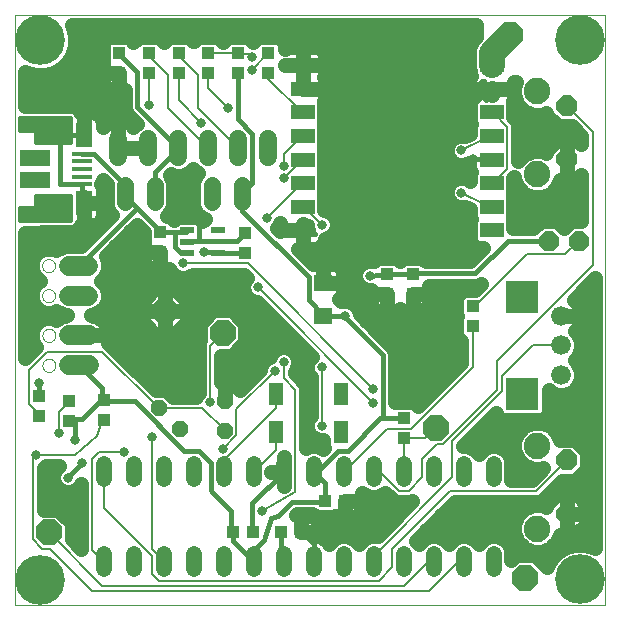
<source format=gbl>
G75*
%MOIN*%
%OFA0B0*%
%FSLAX24Y24*%
%IPPOS*%
%LPD*%
%AMOC8*
5,1,8,0,0,1.08239X$1,22.5*
%
%ADD10C,0.0000*%
%ADD11R,0.0630X0.0551*%
%ADD12R,0.0394X0.0433*%
%ADD13R,0.0433X0.0394*%
%ADD14R,0.0472X0.0217*%
%ADD15C,0.0520*%
%ADD16R,0.0512X0.0748*%
%ADD17R,0.0673X0.0157*%
%ADD18R,0.0575X0.0787*%
%ADD19R,0.0984X0.0541*%
%ADD20C,0.0160*%
%ADD21C,0.0560*%
%ADD22OC8,0.0660*%
%ADD23OC8,0.0850*%
%ADD24OC8,0.0700*%
%ADD25C,0.0885*%
%ADD26C,0.0660*%
%ADD27R,0.1102X0.1102*%
%ADD28C,0.0600*%
%ADD29C,0.0650*%
%ADD30OC8,0.0520*%
%ADD31R,0.0787X0.0512*%
%ADD32C,0.0317*%
%ADD33C,0.0500*%
%ADD34C,0.0238*%
%ADD35C,0.0080*%
%ADD36C,0.1660*%
%ADD37C,0.0860*%
D10*
X000350Y000350D02*
X000350Y020035D01*
X020035Y020035D01*
X020035Y000350D01*
X000350Y000350D01*
X001267Y008344D02*
X001269Y008373D01*
X001275Y008401D01*
X001284Y008429D01*
X001297Y008455D01*
X001314Y008478D01*
X001333Y008500D01*
X001355Y008519D01*
X001380Y008534D01*
X001406Y008547D01*
X001434Y008555D01*
X001462Y008560D01*
X001491Y008561D01*
X001520Y008558D01*
X001548Y008551D01*
X001575Y008541D01*
X001601Y008527D01*
X001624Y008510D01*
X001645Y008490D01*
X001663Y008467D01*
X001678Y008442D01*
X001689Y008415D01*
X001697Y008387D01*
X001701Y008358D01*
X001701Y008330D01*
X001697Y008301D01*
X001689Y008273D01*
X001678Y008246D01*
X001663Y008221D01*
X001645Y008198D01*
X001624Y008178D01*
X001601Y008161D01*
X001575Y008147D01*
X001548Y008137D01*
X001520Y008130D01*
X001491Y008127D01*
X001462Y008128D01*
X001434Y008133D01*
X001406Y008141D01*
X001380Y008154D01*
X001355Y008169D01*
X001333Y008188D01*
X001314Y008210D01*
X001297Y008233D01*
X001284Y008259D01*
X001275Y008287D01*
X001269Y008315D01*
X001267Y008344D01*
X001267Y009344D02*
X001269Y009373D01*
X001275Y009401D01*
X001284Y009429D01*
X001297Y009455D01*
X001314Y009478D01*
X001333Y009500D01*
X001355Y009519D01*
X001380Y009534D01*
X001406Y009547D01*
X001434Y009555D01*
X001462Y009560D01*
X001491Y009561D01*
X001520Y009558D01*
X001548Y009551D01*
X001575Y009541D01*
X001601Y009527D01*
X001624Y009510D01*
X001645Y009490D01*
X001663Y009467D01*
X001678Y009442D01*
X001689Y009415D01*
X001697Y009387D01*
X001701Y009358D01*
X001701Y009330D01*
X001697Y009301D01*
X001689Y009273D01*
X001678Y009246D01*
X001663Y009221D01*
X001645Y009198D01*
X001624Y009178D01*
X001601Y009161D01*
X001575Y009147D01*
X001548Y009137D01*
X001520Y009130D01*
X001491Y009127D01*
X001462Y009128D01*
X001434Y009133D01*
X001406Y009141D01*
X001380Y009154D01*
X001355Y009169D01*
X001333Y009188D01*
X001314Y009210D01*
X001297Y009233D01*
X001284Y009259D01*
X001275Y009287D01*
X001269Y009315D01*
X001267Y009344D01*
X001259Y010670D02*
X001261Y010699D01*
X001267Y010727D01*
X001276Y010755D01*
X001289Y010781D01*
X001306Y010804D01*
X001325Y010826D01*
X001347Y010845D01*
X001372Y010860D01*
X001398Y010873D01*
X001426Y010881D01*
X001454Y010886D01*
X001483Y010887D01*
X001512Y010884D01*
X001540Y010877D01*
X001567Y010867D01*
X001593Y010853D01*
X001616Y010836D01*
X001637Y010816D01*
X001655Y010793D01*
X001670Y010768D01*
X001681Y010741D01*
X001689Y010713D01*
X001693Y010684D01*
X001693Y010656D01*
X001689Y010627D01*
X001681Y010599D01*
X001670Y010572D01*
X001655Y010547D01*
X001637Y010524D01*
X001616Y010504D01*
X001593Y010487D01*
X001567Y010473D01*
X001540Y010463D01*
X001512Y010456D01*
X001483Y010453D01*
X001454Y010454D01*
X001426Y010459D01*
X001398Y010467D01*
X001372Y010480D01*
X001347Y010495D01*
X001325Y010514D01*
X001306Y010536D01*
X001289Y010559D01*
X001276Y010585D01*
X001267Y010613D01*
X001261Y010641D01*
X001259Y010670D01*
X001259Y011670D02*
X001261Y011699D01*
X001267Y011727D01*
X001276Y011755D01*
X001289Y011781D01*
X001306Y011804D01*
X001325Y011826D01*
X001347Y011845D01*
X001372Y011860D01*
X001398Y011873D01*
X001426Y011881D01*
X001454Y011886D01*
X001483Y011887D01*
X001512Y011884D01*
X001540Y011877D01*
X001567Y011867D01*
X001593Y011853D01*
X001616Y011836D01*
X001637Y011816D01*
X001655Y011793D01*
X001670Y011768D01*
X001681Y011741D01*
X001689Y011713D01*
X001693Y011684D01*
X001693Y011656D01*
X001689Y011627D01*
X001681Y011599D01*
X001670Y011572D01*
X001655Y011547D01*
X001637Y011524D01*
X001616Y011504D01*
X001593Y011487D01*
X001567Y011473D01*
X001540Y011463D01*
X001512Y011456D01*
X001483Y011453D01*
X001454Y011454D01*
X001426Y011459D01*
X001398Y011467D01*
X001372Y011480D01*
X001347Y011495D01*
X001325Y011514D01*
X001306Y011536D01*
X001289Y011559D01*
X001276Y011585D01*
X001267Y011613D01*
X001261Y011641D01*
X001259Y011670D01*
D11*
X010635Y011106D03*
X010635Y010003D03*
D12*
X012755Y010712D03*
X012755Y011381D03*
X013618Y011377D03*
X013618Y010708D03*
X008032Y012093D03*
X008032Y012762D03*
X005179Y012786D03*
X005179Y012117D03*
X003814Y018089D03*
X003814Y018758D03*
X006789Y018758D03*
X006789Y018089D03*
D13*
X007787Y018089D03*
X008807Y018089D03*
X008807Y018758D03*
X007787Y018758D03*
X005812Y018758D03*
X004812Y018758D03*
X004812Y018089D03*
X005812Y018089D03*
X015613Y010319D03*
X015613Y009650D03*
X013327Y006585D03*
X013327Y005916D03*
X011372Y003824D03*
X010703Y003824D03*
X009905Y002795D03*
X009236Y002795D03*
X008277Y002805D03*
X007608Y002805D03*
X003312Y006508D03*
X002169Y006501D03*
X001156Y006643D03*
X001156Y007312D03*
X002169Y007170D03*
X003312Y007177D03*
D14*
X006095Y012096D03*
X006095Y012470D03*
X006095Y012844D03*
X007119Y012844D03*
X007119Y012096D03*
D15*
X007317Y005065D02*
X007317Y004545D01*
X006317Y004545D02*
X006317Y005065D01*
X005317Y005065D02*
X005317Y004545D01*
X004317Y004545D02*
X004317Y005065D01*
X003317Y005065D02*
X003317Y004545D01*
X003317Y002065D02*
X003317Y001545D01*
X004317Y001545D02*
X004317Y002065D01*
X005317Y002065D02*
X005317Y001545D01*
X006317Y001545D02*
X006317Y002065D01*
X007317Y002065D02*
X007317Y001545D01*
X008317Y001545D02*
X008317Y002065D01*
X009317Y002065D02*
X009317Y001545D01*
X010317Y001545D02*
X010317Y002065D01*
X011317Y002065D02*
X011317Y001545D01*
X012317Y001545D02*
X012317Y002065D01*
X013317Y002065D02*
X013317Y001545D01*
X014317Y001545D02*
X014317Y002065D01*
X015317Y002065D02*
X015317Y001545D01*
X016317Y001545D02*
X016317Y002065D01*
X016317Y004545D02*
X016317Y005065D01*
X015317Y005065D02*
X015317Y004545D01*
X014317Y004545D02*
X014317Y005065D01*
X013317Y005065D02*
X013317Y004545D01*
X012317Y004545D02*
X012317Y005065D01*
X011317Y005065D02*
X011317Y004545D01*
X010317Y004545D02*
X010317Y005065D01*
X009317Y005065D02*
X009317Y004545D01*
X008317Y004545D02*
X008317Y005065D01*
D16*
X009049Y006125D03*
X011214Y006125D03*
X011214Y007385D03*
X009049Y007385D03*
D17*
X002598Y014382D03*
X002598Y014638D03*
X002598Y014894D03*
X002598Y015150D03*
X002598Y015406D03*
D18*
X002649Y016036D03*
X002649Y013752D03*
D19*
X001011Y014525D03*
X001011Y015263D03*
D20*
X001069Y015779D02*
X002179Y015779D01*
X002179Y016596D01*
X001167Y016596D01*
X001169Y016595D01*
X000539Y016595D01*
X000537Y016200D01*
X001069Y016200D01*
X002179Y016200D01*
X002179Y016042D02*
X001069Y016042D01*
X001069Y016200D02*
X001069Y015779D01*
X001069Y015883D02*
X002179Y015883D01*
X001850Y016036D02*
X001850Y014378D01*
X002598Y014378D01*
X002598Y014382D01*
X002602Y014381D01*
X002602Y013807D01*
X002649Y013759D01*
X002649Y013752D01*
X002179Y013823D02*
X001069Y013823D01*
X001069Y013981D02*
X002179Y013981D01*
X002179Y014002D02*
X001069Y014002D01*
X001069Y013581D01*
X000537Y013581D01*
X000535Y013184D01*
X001165Y013184D01*
X001167Y013185D01*
X002179Y013185D01*
X002179Y014002D01*
X002179Y013664D02*
X001069Y013664D01*
X000537Y013506D02*
X002179Y013506D01*
X002179Y013347D02*
X000536Y013347D01*
X000535Y013189D02*
X002179Y013189D01*
X004019Y013988D02*
X004021Y014070D01*
X004019Y014074D01*
X004019Y014374D01*
X002988Y015405D01*
X002602Y015405D01*
X002598Y015406D01*
X002649Y016036D02*
X001850Y016036D01*
X002179Y016359D02*
X000538Y016359D01*
X000538Y016517D02*
X002179Y016517D01*
X004429Y016964D02*
X005799Y015594D01*
X005804Y015589D01*
X005767Y015515D01*
X005027Y014775D01*
X005027Y014074D01*
X005021Y014070D01*
X004409Y013598D02*
X002484Y011673D01*
X002476Y011670D01*
X004409Y013598D02*
X005145Y012862D01*
X005179Y012786D01*
X005185Y012791D01*
X005696Y012791D01*
X005696Y012295D01*
X005893Y012098D01*
X006090Y012098D01*
X006095Y012096D01*
X006641Y012130D02*
X007043Y012130D01*
X007119Y012096D01*
X007122Y012098D01*
X008027Y012098D01*
X008032Y012093D01*
X007744Y012476D02*
X008027Y012759D01*
X008032Y012762D01*
X007744Y012476D02*
X006492Y012476D01*
X006492Y013019D01*
X006397Y013114D01*
X005673Y013114D01*
X006090Y012838D02*
X006095Y012844D01*
X006090Y012838D02*
X006043Y012791D01*
X005696Y012791D01*
X006098Y012476D02*
X006095Y012470D01*
X006098Y012476D02*
X006492Y012476D01*
X007933Y013507D02*
X010153Y011287D01*
X010153Y010515D01*
X010594Y010074D01*
X010635Y010003D01*
X010641Y010004D01*
X011358Y010004D01*
X011389Y009925D01*
X012626Y008689D01*
X012626Y006578D01*
X013326Y006578D01*
X013327Y006585D01*
X012626Y006578D02*
X012531Y006578D01*
X011444Y005492D01*
X011137Y005492D01*
X010437Y004791D01*
X010317Y004805D01*
X010319Y004799D01*
X010696Y004421D01*
X010696Y003830D01*
X010703Y003824D01*
X010618Y003799D01*
X009594Y003799D01*
X009126Y003330D01*
X008907Y003252D01*
X008657Y002531D01*
X008177Y002051D01*
X008317Y001805D01*
X008311Y001807D01*
X007610Y002507D01*
X007610Y002799D01*
X007608Y002805D01*
X007555Y002870D01*
X007555Y003492D01*
X006925Y004122D01*
X006893Y004200D01*
X006893Y005090D01*
X006492Y005492D01*
X005996Y005492D01*
X004342Y007145D01*
X003385Y007145D01*
X003312Y007177D01*
X003256Y007334D01*
X003256Y007578D01*
X002492Y008342D01*
X002484Y008344D01*
X001161Y007752D02*
X001161Y007319D01*
X001156Y007312D01*
X002169Y006501D02*
X002240Y006555D01*
X002594Y006555D01*
X003224Y007185D01*
X003312Y007177D01*
X003275Y007256D01*
X003307Y007177D02*
X003312Y007177D01*
X002350Y006501D02*
X002169Y006501D01*
X002173Y006507D01*
X002350Y006501D02*
X002350Y005850D01*
X002600Y005100D02*
X002112Y004612D01*
X002122Y004602D01*
X002112Y004612D02*
X002100Y004600D01*
X008263Y003752D02*
X008263Y003114D01*
X008271Y003106D01*
X008271Y002807D01*
X008277Y002805D01*
X009236Y002795D02*
X009240Y002791D01*
X009240Y001878D01*
X009311Y001807D01*
X009317Y001805D01*
X010311Y001807D02*
X010311Y002389D01*
X009909Y002791D01*
X009905Y002795D01*
X010850Y002795D01*
X010850Y002850D01*
X010817Y002850D01*
X010317Y001805D02*
X010311Y001807D01*
X008263Y003752D02*
X009311Y004799D01*
X009317Y004805D01*
X012189Y011334D02*
X012755Y011381D01*
X012759Y011381D01*
X013618Y011381D01*
X013618Y011377D01*
X013696Y011413D01*
X015696Y011413D01*
X016783Y012500D01*
X018153Y012500D01*
X018157Y012502D01*
X016250Y015206D02*
X016248Y015208D01*
X015610Y015208D01*
X015531Y015193D01*
X015106Y015193D01*
X014917Y015381D01*
X014917Y016326D01*
X015996Y017405D01*
X015996Y017822D01*
X015925Y017822D01*
X015909Y017807D01*
X015909Y017326D01*
X015854Y017271D01*
X015846Y017271D01*
X015846Y017665D01*
X015901Y017720D01*
X015901Y017775D01*
X015893Y017775D01*
X015893Y017720D01*
X015854Y017681D01*
X015901Y017633D01*
X015901Y017326D01*
X015862Y017287D01*
X015854Y017287D01*
X015854Y017665D01*
X015846Y017673D01*
X015846Y017681D01*
X015885Y017720D01*
X015885Y017791D01*
X015909Y017815D01*
X015988Y017736D01*
X015988Y017405D01*
X015917Y017334D01*
X016051Y017200D01*
X016067Y017200D01*
X016250Y017367D01*
X016004Y017311D01*
X016059Y017413D02*
X016250Y017568D01*
X016256Y017570D01*
X016250Y017569D01*
X016059Y017413D01*
X016250Y017568D02*
X016067Y017736D01*
X016250Y017569D01*
X010208Y013130D02*
X010169Y013169D01*
X009950Y013046D01*
X009950Y012844D02*
X010193Y012783D01*
X009950Y012844D01*
X010193Y012791D01*
X009950Y012844D01*
X010208Y012854D02*
X010350Y012712D01*
X010208Y012854D02*
X010208Y013130D01*
X007933Y013507D02*
X007933Y013980D01*
X007916Y014063D01*
X007917Y014067D01*
X008271Y014421D01*
X008271Y016074D01*
X007791Y016555D01*
X007791Y018082D01*
X007787Y018089D01*
X004429Y018114D02*
X004429Y016964D01*
X004429Y018114D02*
X003815Y018728D01*
X003815Y018752D01*
X003814Y018758D01*
X004019Y013988D02*
X004409Y013598D01*
D21*
X004021Y013790D02*
X004021Y014350D01*
X005021Y014350D02*
X005021Y013790D01*
X006916Y013783D02*
X006916Y014343D01*
X007916Y014343D02*
X007916Y013783D01*
D22*
X018157Y012502D03*
X019157Y012502D03*
D23*
X014380Y006269D03*
X007280Y009422D03*
X005350Y010143D03*
X001486Y002777D03*
X017371Y001258D03*
X016850Y019350D03*
D24*
X018753Y016988D03*
X018753Y015208D03*
X018753Y005177D03*
X018753Y003397D03*
D25*
X017773Y002907D03*
X017773Y005667D03*
X017773Y014718D03*
X017773Y017478D03*
D26*
X018568Y009996D03*
X018568Y009011D03*
X018568Y008027D03*
D27*
X017268Y007397D03*
X017268Y010626D03*
D28*
X008804Y015289D02*
X008804Y015889D01*
X007804Y015889D02*
X007804Y015289D01*
X006804Y015289D02*
X006804Y015889D01*
X005804Y015889D02*
X005804Y015289D01*
X004804Y015289D02*
X004804Y015889D01*
X003804Y015889D02*
X003804Y015289D01*
D29*
X002801Y011670D02*
X002151Y011670D01*
X002151Y010670D02*
X002801Y010670D01*
X002809Y009344D02*
X002160Y009344D01*
X002160Y008344D02*
X002809Y008344D01*
D30*
X005153Y006930D03*
X005853Y006230D03*
X007351Y006170D03*
X007351Y007170D03*
D31*
X009950Y012844D03*
X009950Y013631D03*
X009950Y014419D03*
X009950Y015206D03*
X009950Y015994D03*
X009950Y016781D03*
X009950Y017569D03*
X009950Y018356D03*
X016250Y018356D03*
X016250Y017569D03*
X016250Y016781D03*
X016250Y015994D03*
X016250Y015206D03*
X016250Y014419D03*
X016250Y013631D03*
X016250Y012844D03*
D32*
X015236Y014106D03*
X015610Y015208D03*
X015236Y015515D03*
X010586Y013035D03*
X008744Y013248D03*
X006641Y012130D03*
X005956Y011744D03*
X005673Y013114D03*
X009311Y014602D03*
X009311Y015004D03*
X006570Y016421D03*
X007468Y016925D03*
X008248Y018200D03*
X008256Y018610D03*
X004815Y017035D03*
X012189Y011334D03*
X011358Y010004D03*
X009311Y008452D03*
X009027Y008169D03*
X010586Y008279D03*
X012303Y007570D03*
X012303Y007098D03*
X010586Y006334D03*
X007279Y005570D03*
X004933Y005941D03*
X003988Y005452D03*
X002600Y005100D03*
X002122Y004602D03*
X001059Y005350D03*
X001830Y006082D03*
X002350Y005850D03*
X001161Y007752D03*
X006846Y007114D03*
X008586Y003498D03*
X010817Y002850D03*
X008460Y010941D03*
D33*
X007982Y010819D02*
X005770Y010819D01*
X005671Y010918D02*
X005350Y010918D01*
X005350Y010143D01*
X005350Y010143D01*
X006125Y010143D01*
X006125Y009822D01*
X005671Y009368D01*
X005350Y009368D01*
X005350Y010143D01*
X005350Y010143D01*
X006125Y010143D01*
X006125Y010464D01*
X005671Y010918D01*
X005350Y010918D02*
X005029Y010918D01*
X004575Y010464D01*
X004575Y010143D01*
X004575Y009822D01*
X005029Y009368D01*
X005350Y009368D01*
X005350Y010143D01*
X005350Y010143D01*
X004575Y010143D01*
X005350Y010143D01*
X005350Y010143D01*
X005350Y010918D01*
X005350Y010819D02*
X005350Y010819D01*
X004929Y010819D02*
X003448Y010819D01*
X003456Y010801D02*
X003356Y011041D01*
X003227Y011170D01*
X003356Y011299D01*
X003456Y011540D01*
X003456Y011801D01*
X003378Y011988D01*
X004409Y013018D01*
X004653Y012775D01*
X004653Y012504D01*
X004664Y012478D01*
X004646Y012435D01*
X004633Y012368D01*
X004633Y012117D01*
X005179Y012117D01*
X005179Y012117D01*
X004633Y012117D01*
X004633Y011866D01*
X004646Y011798D01*
X004672Y011735D01*
X004711Y011677D01*
X004760Y011628D01*
X004817Y011590D01*
X004881Y011564D01*
X004948Y011550D01*
X005179Y011550D01*
X005179Y012117D01*
X005179Y012117D01*
X005179Y011550D01*
X005411Y011550D01*
X005478Y011564D01*
X005499Y011572D01*
X005542Y011467D01*
X005680Y011330D01*
X005859Y011255D01*
X006053Y011255D01*
X006233Y011330D01*
X006277Y011374D01*
X007976Y011374D01*
X008089Y011261D01*
X008046Y011217D01*
X007972Y011038D01*
X007972Y010843D01*
X008046Y010664D01*
X008184Y010526D01*
X008363Y010452D01*
X008425Y010452D01*
X010247Y008631D01*
X010172Y008556D01*
X010098Y008376D01*
X010098Y008182D01*
X010172Y008002D01*
X010216Y007958D01*
X010216Y006655D01*
X010172Y006611D01*
X010098Y006431D01*
X010098Y006237D01*
X010172Y006058D01*
X010310Y005920D01*
X010489Y005846D01*
X010628Y005846D01*
X010628Y005685D01*
X010664Y005598D01*
X010637Y005571D01*
X010435Y005655D01*
X010200Y005655D01*
X010074Y005603D01*
X010074Y007605D01*
X010018Y007741D01*
X009914Y007845D01*
X009681Y008078D01*
X009681Y008132D01*
X009725Y008176D01*
X009799Y008355D01*
X009799Y008550D01*
X009725Y008729D01*
X009587Y008866D01*
X009408Y008941D01*
X009213Y008941D01*
X009034Y008866D01*
X008897Y008729D01*
X008854Y008626D01*
X008750Y008583D01*
X008613Y008446D01*
X008539Y008266D01*
X008539Y008204D01*
X007859Y007524D01*
X007604Y007780D01*
X007351Y007780D01*
X007216Y007780D01*
X007216Y008667D01*
X007593Y008667D01*
X008035Y009109D01*
X008035Y009735D01*
X007593Y010177D01*
X006967Y010177D01*
X006525Y009735D01*
X006525Y009179D01*
X006476Y009061D01*
X006476Y007435D01*
X006432Y007390D01*
X006392Y007295D01*
X005622Y007295D01*
X005397Y007520D01*
X005058Y007520D01*
X003473Y009105D01*
X003445Y009116D01*
X003450Y009127D01*
X003472Y009212D01*
X003484Y009300D01*
X003484Y009344D01*
X003484Y009388D01*
X003472Y009476D01*
X003450Y009561D01*
X003416Y009643D01*
X003372Y009720D01*
X003318Y009790D01*
X003255Y009852D01*
X003185Y009906D01*
X003108Y009950D01*
X003027Y009984D01*
X002941Y010007D01*
X002878Y010016D01*
X002931Y010016D01*
X003172Y010115D01*
X003356Y010299D01*
X003456Y010540D01*
X003456Y010801D01*
X003365Y010320D02*
X004575Y010320D01*
X004575Y009822D02*
X003286Y009822D01*
X003484Y009344D02*
X002484Y009344D01*
X002484Y009344D01*
X003484Y009344D01*
X003484Y009323D02*
X006525Y009323D01*
X006476Y008825D02*
X003753Y008825D01*
X004252Y008326D02*
X006476Y008326D01*
X006476Y007828D02*
X004750Y007828D01*
X005588Y007329D02*
X006407Y007329D01*
X007351Y007329D02*
X007351Y007329D01*
X007351Y007170D02*
X007351Y007780D01*
X007351Y007170D01*
X007351Y007170D01*
X007216Y007828D02*
X008163Y007828D01*
X008564Y008326D02*
X007216Y008326D01*
X007750Y008825D02*
X008992Y008825D01*
X009629Y008825D02*
X010053Y008825D01*
X009555Y009323D02*
X008035Y009323D01*
X007948Y009822D02*
X009056Y009822D01*
X008558Y010320D02*
X006125Y010320D01*
X006124Y009822D02*
X006612Y009822D01*
X005350Y009822D02*
X005350Y009822D01*
X005350Y010320D02*
X005350Y010320D01*
X005710Y011317D02*
X003363Y011317D01*
X003450Y011816D02*
X004643Y011816D01*
X005179Y011816D02*
X005179Y011816D01*
X004633Y012314D02*
X003705Y012314D01*
X004203Y012813D02*
X004615Y012813D01*
X005563Y013282D02*
X005643Y013203D01*
X005672Y013232D01*
X005793Y013282D01*
X006397Y013282D01*
X006518Y013232D01*
X006607Y013144D01*
X006683Y013219D01*
X006571Y013266D01*
X006399Y013437D01*
X006306Y013662D01*
X006306Y014464D01*
X006399Y014688D01*
X006460Y014750D01*
X006447Y014755D01*
X006304Y014898D01*
X006161Y014755D01*
X005929Y014659D01*
X005679Y014659D01*
X005546Y014714D01*
X005533Y014701D01*
X005538Y014695D01*
X005631Y014471D01*
X005631Y013669D01*
X005538Y013444D01*
X005426Y013333D01*
X005442Y013333D01*
X005563Y013282D01*
X005494Y013311D02*
X006525Y013311D01*
X006306Y013810D02*
X005631Y013810D01*
X005631Y014308D02*
X006306Y014308D01*
X006212Y014807D02*
X006396Y014807D01*
X004804Y015589D02*
X004154Y015589D01*
X003804Y015589D01*
X003804Y015589D01*
X004804Y015589D01*
X004804Y015589D01*
X003804Y015589D02*
X003804Y015589D01*
X003804Y016539D01*
X003847Y016539D01*
X003931Y016528D01*
X004013Y016506D01*
X004092Y016473D01*
X004166Y016431D01*
X004233Y016379D01*
X004294Y016319D01*
X004304Y016305D01*
X004314Y016319D01*
X004374Y016379D01*
X004408Y016405D01*
X004081Y016732D01*
X004019Y016883D01*
X004019Y017522D01*
X003814Y017522D01*
X003814Y018089D01*
X003814Y018089D01*
X003814Y017522D01*
X003582Y017522D01*
X003515Y017536D01*
X003451Y017562D01*
X003394Y017601D01*
X003345Y017649D01*
X003307Y017707D01*
X003280Y017770D01*
X003267Y017838D01*
X003267Y018089D01*
X003814Y018089D01*
X003814Y018089D01*
X003267Y018089D01*
X003267Y018340D01*
X003280Y018408D01*
X003298Y018450D01*
X003287Y018476D01*
X003287Y019040D01*
X003337Y019162D01*
X003430Y019255D01*
X003551Y019305D01*
X004076Y019305D01*
X004198Y019255D01*
X004290Y019162D01*
X004307Y019122D01*
X004315Y019142D01*
X004408Y019235D01*
X004530Y019285D01*
X005094Y019285D01*
X005215Y019235D01*
X005308Y019142D01*
X005312Y019133D01*
X005316Y019142D01*
X005409Y019235D01*
X005530Y019285D01*
X006094Y019285D01*
X006216Y019235D01*
X006305Y019145D01*
X006312Y019162D01*
X006405Y019255D01*
X006526Y019305D01*
X007051Y019305D01*
X007172Y019255D01*
X007265Y019162D01*
X007279Y019129D01*
X007285Y019129D01*
X007290Y019142D01*
X007383Y019235D01*
X007504Y019285D01*
X008069Y019285D01*
X008190Y019235D01*
X008283Y019142D01*
X008297Y019109D01*
X008310Y019142D01*
X008403Y019235D01*
X008524Y019285D01*
X009089Y019285D01*
X009210Y019235D01*
X009303Y019142D01*
X009353Y019021D01*
X009353Y018897D01*
X009391Y018922D01*
X009455Y018948D01*
X009522Y018962D01*
X009950Y018962D01*
X009950Y018356D01*
X009950Y018356D01*
X009351Y018356D01*
X009351Y018356D01*
X009950Y018356D01*
X009950Y018356D01*
X009950Y018356D01*
X009950Y017569D01*
X009950Y017569D01*
X009950Y017750D01*
X009950Y018356D01*
X009950Y018962D01*
X010379Y018962D01*
X010446Y018948D01*
X010510Y018922D01*
X010567Y018884D01*
X010616Y018835D01*
X010654Y018778D01*
X010681Y018714D01*
X010694Y018646D01*
X010694Y018356D01*
X009950Y018356D01*
X009950Y018356D01*
X010694Y018356D01*
X010694Y018066D01*
X010681Y017998D01*
X010666Y017962D01*
X010681Y017926D01*
X010694Y017859D01*
X010694Y017569D01*
X009950Y017569D01*
X009950Y017568D01*
X010694Y017568D01*
X010694Y017278D01*
X010681Y017211D01*
X010655Y017149D01*
X010674Y017103D01*
X010674Y016460D01*
X010644Y016387D01*
X010674Y016315D01*
X010674Y015672D01*
X010644Y015600D01*
X010674Y015528D01*
X010674Y014885D01*
X010644Y014813D01*
X010674Y014740D01*
X010674Y014097D01*
X010644Y014025D01*
X010674Y013953D01*
X010674Y013523D01*
X010683Y013523D01*
X010863Y013449D01*
X011000Y013312D01*
X011075Y013132D01*
X011075Y012938D01*
X011000Y012758D01*
X010863Y012621D01*
X010694Y012551D01*
X010681Y012486D01*
X010654Y012422D01*
X010616Y012365D01*
X010567Y012316D01*
X010510Y012278D01*
X010446Y012252D01*
X010379Y012238D01*
X009950Y012238D01*
X009950Y012844D01*
X009207Y012844D01*
X009207Y012813D01*
X009103Y012917D01*
X009158Y012971D01*
X009207Y013089D01*
X009207Y012844D01*
X009950Y012844D01*
X009950Y012844D01*
X009950Y012844D01*
X009950Y013046D01*
X009950Y013046D01*
X009950Y012844D01*
X009950Y012844D01*
X009950Y012238D01*
X009782Y012238D01*
X010289Y011731D01*
X010635Y011731D01*
X010635Y011106D01*
X010635Y011106D01*
X011300Y011106D01*
X011300Y011416D01*
X011286Y011483D01*
X011260Y011547D01*
X011221Y011604D01*
X011173Y011653D01*
X011115Y011691D01*
X011052Y011718D01*
X010984Y011731D01*
X010635Y011731D01*
X010635Y011106D01*
X010635Y011106D01*
X011300Y011106D01*
X011300Y010796D01*
X011286Y010728D01*
X011260Y010664D01*
X011221Y010607D01*
X011173Y010558D01*
X011151Y010544D01*
X011220Y010475D01*
X011261Y010492D01*
X011455Y010492D01*
X011635Y010418D01*
X011772Y010280D01*
X011846Y010101D01*
X011846Y010048D01*
X012973Y008921D01*
X013036Y008770D01*
X013036Y007108D01*
X013045Y007112D01*
X013609Y007112D01*
X013731Y007062D01*
X013800Y006993D01*
X015240Y008432D01*
X015240Y009161D01*
X015209Y009173D01*
X015116Y009266D01*
X015066Y009387D01*
X015066Y009912D01*
X015096Y009985D01*
X015066Y010057D01*
X015066Y010582D01*
X015116Y010703D01*
X015209Y010796D01*
X015330Y010846D01*
X015693Y010846D01*
X015901Y011054D01*
X015778Y011003D01*
X014156Y011003D01*
X014165Y010959D01*
X014165Y010708D01*
X013618Y010708D01*
X013618Y010708D01*
X013618Y010142D01*
X013849Y010142D01*
X013917Y010155D01*
X013981Y010181D01*
X014038Y010220D01*
X014087Y010268D01*
X014125Y010326D01*
X014151Y010389D01*
X014165Y010457D01*
X014165Y010708D01*
X013618Y010708D01*
X013618Y010708D01*
X013618Y010142D01*
X013387Y010142D01*
X013319Y010155D01*
X013255Y010181D01*
X013198Y010220D01*
X013185Y010233D01*
X013175Y010223D01*
X013118Y010185D01*
X013054Y010158D01*
X012987Y010145D01*
X012755Y010145D01*
X012755Y010712D01*
X012755Y010712D01*
X012209Y010712D01*
X012209Y010846D01*
X012091Y010846D01*
X011912Y010920D01*
X011775Y011058D01*
X011700Y011237D01*
X011700Y011431D01*
X011775Y011611D01*
X011912Y011748D01*
X012091Y011823D01*
X012286Y011823D01*
X012308Y011813D01*
X012372Y011877D01*
X012493Y011927D01*
X013018Y011927D01*
X013139Y011877D01*
X013188Y011828D01*
X013234Y011874D01*
X013355Y011924D01*
X013880Y011924D01*
X014002Y011874D01*
X014052Y011823D01*
X015527Y011823D01*
X015962Y012258D01*
X015790Y012258D01*
X015669Y012308D01*
X015576Y012401D01*
X015526Y012523D01*
X015526Y013166D01*
X015556Y013238D01*
X015526Y013310D01*
X015526Y013554D01*
X015366Y013631D01*
X015333Y013617D01*
X015139Y013617D01*
X014959Y013692D01*
X014822Y013829D01*
X014747Y014009D01*
X014747Y014203D01*
X014822Y014383D01*
X014959Y014520D01*
X015139Y014594D01*
X015333Y014594D01*
X015512Y014520D01*
X015526Y014507D01*
X015526Y014740D01*
X015545Y014786D01*
X015519Y014848D01*
X015506Y014916D01*
X015506Y015099D01*
X015333Y015027D01*
X015139Y015027D01*
X014959Y015101D01*
X014822Y015239D01*
X014747Y015418D01*
X014747Y015613D01*
X014822Y015792D01*
X014959Y015929D01*
X015139Y016004D01*
X015333Y016004D01*
X015366Y015990D01*
X015526Y016068D01*
X015526Y016315D01*
X015556Y016387D01*
X015526Y016460D01*
X015526Y017103D01*
X015545Y017149D01*
X015519Y017211D01*
X015506Y017278D01*
X015506Y017568D01*
X016250Y017568D01*
X016250Y017367D01*
X016250Y017367D01*
X016250Y017568D01*
X016250Y017568D01*
X016250Y017569D01*
X016250Y017594D01*
X016250Y017594D01*
X016250Y017569D01*
X016250Y017569D01*
X016993Y017569D01*
X016993Y017782D01*
X017063Y017782D01*
X017001Y017632D01*
X017001Y017324D01*
X017118Y017040D01*
X017336Y016823D01*
X017620Y016706D01*
X017927Y016706D01*
X018073Y016766D01*
X018073Y016706D01*
X018472Y016308D01*
X018916Y016308D01*
X019240Y015984D01*
X019240Y015712D01*
X019043Y015908D01*
X018753Y015908D01*
X018463Y015908D01*
X018053Y015498D01*
X018053Y015438D01*
X017927Y015491D01*
X017620Y015491D01*
X017336Y015373D01*
X017137Y015174D01*
X017137Y016376D01*
X017081Y016512D01*
X016973Y016620D01*
X016973Y017103D01*
X016954Y017149D01*
X016980Y017211D01*
X016993Y017278D01*
X016993Y017568D01*
X016250Y017568D01*
X016250Y017569D01*
X015506Y017569D01*
X015506Y017859D01*
X015519Y017926D01*
X015545Y017988D01*
X015526Y018034D01*
X015526Y018124D01*
X015509Y018173D01*
X015496Y018207D01*
X015496Y018215D01*
X015481Y018259D01*
X015496Y018466D01*
X015496Y018911D01*
X015611Y019190D01*
X015738Y019317D01*
X015738Y019685D01*
X002246Y019685D01*
X002282Y019623D01*
X002361Y019328D01*
X002361Y019022D01*
X002282Y018727D01*
X002129Y018463D01*
X001913Y018247D01*
X001648Y018094D01*
X001353Y018015D01*
X001048Y018015D01*
X000753Y018094D01*
X000700Y018125D01*
X000700Y017005D01*
X001083Y017005D01*
X001085Y017006D01*
X001108Y017006D01*
X001129Y017012D01*
X001188Y017006D01*
X002260Y017006D01*
X002411Y016943D01*
X002526Y016828D01*
X002546Y016779D01*
X002649Y016779D01*
X002649Y016036D01*
X002649Y016036D01*
X002649Y016779D01*
X002971Y016779D01*
X003039Y016766D01*
X003102Y016740D01*
X003160Y016701D01*
X003208Y016653D01*
X003247Y016595D01*
X003273Y016532D01*
X003287Y016464D01*
X003287Y016283D01*
X003314Y016319D01*
X003374Y016379D01*
X003442Y016431D01*
X003516Y016473D01*
X003595Y016506D01*
X003677Y016528D01*
X003761Y016539D01*
X003804Y016539D01*
X003804Y015589D01*
X003804Y015804D02*
X003804Y015804D01*
X003804Y016302D02*
X003804Y016302D01*
X003302Y016302D02*
X003287Y016302D01*
X002649Y016302D02*
X002649Y016302D01*
X002538Y016801D02*
X004053Y016801D01*
X004019Y017299D02*
X000700Y017299D01*
X000700Y017798D02*
X003275Y017798D01*
X003267Y018296D02*
X001962Y018296D01*
X002300Y018795D02*
X003287Y018795D01*
X003523Y019293D02*
X002361Y019293D01*
X004105Y019293D02*
X006497Y019293D01*
X007080Y019293D02*
X015714Y019293D01*
X015496Y018795D02*
X010643Y018795D01*
X009950Y018795D02*
X009950Y018795D01*
X009950Y018296D02*
X009950Y018296D01*
X009950Y017798D02*
X009950Y017798D01*
X010694Y017798D02*
X015506Y017798D01*
X015483Y018296D02*
X010694Y018296D01*
X010694Y017299D02*
X015506Y017299D01*
X015526Y016801D02*
X010674Y016801D01*
X010674Y016302D02*
X015526Y016302D01*
X014833Y015804D02*
X010674Y015804D01*
X010674Y015305D02*
X014794Y015305D01*
X015537Y014807D02*
X010647Y014807D01*
X010674Y014308D02*
X014791Y014308D01*
X014841Y013810D02*
X010674Y013810D01*
X011001Y013311D02*
X015526Y013311D01*
X015526Y012813D02*
X011023Y012813D01*
X010564Y012314D02*
X015663Y012314D01*
X016973Y012910D02*
X016973Y013166D01*
X016943Y013238D01*
X016973Y013310D01*
X016973Y013953D01*
X016943Y014025D01*
X016973Y014097D01*
X016973Y014584D01*
X016977Y014588D01*
X017001Y014611D01*
X017001Y014564D01*
X017118Y014280D01*
X017336Y014063D01*
X017620Y013946D01*
X017927Y013946D01*
X018211Y014063D01*
X018428Y014280D01*
X018523Y014508D01*
X018753Y014508D01*
X018753Y015208D01*
X018753Y015208D01*
X018753Y015908D01*
X018753Y015208D01*
X018753Y015208D01*
X018753Y014508D01*
X019043Y014508D01*
X019240Y014705D01*
X019240Y013162D01*
X018884Y013162D01*
X018657Y012935D01*
X018430Y013162D01*
X017884Y013162D01*
X017632Y012910D01*
X016973Y012910D01*
X016973Y013311D02*
X019240Y013311D01*
X019240Y013810D02*
X016973Y013810D01*
X016973Y014308D02*
X017107Y014308D01*
X018440Y014308D02*
X019240Y014308D01*
X018753Y014807D02*
X018753Y014807D01*
X018753Y015305D02*
X018753Y015305D01*
X018753Y015804D02*
X018753Y015804D01*
X018359Y015804D02*
X017137Y015804D01*
X017137Y016302D02*
X018922Y016302D01*
X019148Y015804D02*
X019240Y015804D01*
X017390Y016801D02*
X016973Y016801D01*
X016993Y017299D02*
X017011Y017299D01*
X017137Y015305D02*
X017268Y015305D01*
X012310Y011816D02*
X012303Y011816D01*
X012074Y011816D02*
X010204Y011816D01*
X010635Y011317D02*
X010635Y011317D01*
X011300Y011317D02*
X011700Y011317D01*
X011300Y010819D02*
X012209Y010819D01*
X012209Y010712D02*
X012209Y010461D01*
X012222Y010393D01*
X012248Y010329D01*
X012287Y010272D01*
X012335Y010223D01*
X012393Y010185D01*
X012457Y010158D01*
X012524Y010145D01*
X012755Y010145D01*
X012755Y010712D01*
X012209Y010712D01*
X012755Y010712D02*
X012755Y010712D01*
X012755Y010320D02*
X012755Y010320D01*
X012255Y010320D02*
X011732Y010320D01*
X012072Y009822D02*
X015066Y009822D01*
X015066Y010320D02*
X014121Y010320D01*
X013618Y010320D02*
X013618Y010320D01*
X014165Y010819D02*
X015264Y010819D01*
X015093Y009323D02*
X012571Y009323D01*
X013013Y008825D02*
X015240Y008825D01*
X015133Y008326D02*
X013036Y008326D01*
X013036Y007828D02*
X014635Y007828D01*
X014136Y007329D02*
X013036Y007329D01*
X010216Y007329D02*
X010074Y007329D01*
X010074Y006831D02*
X010216Y006831D01*
X010098Y006332D02*
X010074Y006332D01*
X010074Y005834D02*
X010628Y005834D01*
X009317Y005282D02*
X009317Y004805D01*
X008907Y004805D01*
X008907Y004805D01*
X009317Y004805D01*
X009317Y004805D01*
X009317Y004325D01*
X009317Y004325D01*
X009317Y004805D01*
X009317Y004805D01*
X009317Y005282D01*
X009317Y005282D01*
X009317Y004837D02*
X009317Y004837D01*
X009317Y004805D02*
X009317Y004805D01*
X009334Y004805D01*
X009334Y004805D01*
X009317Y004805D01*
X009317Y004805D01*
X009317Y004338D02*
X009317Y004338D01*
X009764Y003389D02*
X010258Y003389D01*
X010300Y003347D01*
X010421Y003297D01*
X010985Y003297D01*
X011012Y003308D01*
X011054Y003290D01*
X011121Y003277D01*
X011372Y003277D01*
X011372Y003824D01*
X011372Y003824D01*
X011939Y003824D01*
X011939Y004055D01*
X011931Y004098D01*
X011983Y004045D01*
X012200Y003955D01*
X012435Y003955D01*
X012651Y004045D01*
X012703Y004096D01*
X012847Y003951D01*
X012951Y003847D01*
X013087Y003791D01*
X013550Y003791D01*
X013606Y003814D01*
X012443Y002652D01*
X012435Y002655D01*
X012200Y002655D01*
X011983Y002565D01*
X011817Y002400D01*
X011651Y002565D01*
X011435Y002655D01*
X011200Y002655D01*
X010983Y002565D01*
X010824Y002406D01*
X010783Y002463D01*
X010715Y002531D01*
X010637Y002587D01*
X010551Y002631D01*
X010471Y002657D01*
X010471Y002795D01*
X009905Y002795D01*
X009905Y002795D01*
X010471Y002795D01*
X010471Y003027D01*
X010458Y003094D01*
X010432Y003158D01*
X010393Y003215D01*
X010345Y003264D01*
X010287Y003302D01*
X010224Y003329D01*
X010156Y003342D01*
X009905Y003342D01*
X009905Y002795D01*
X009905Y002795D01*
X009905Y003342D01*
X009717Y003342D01*
X009764Y003389D01*
X009905Y003341D02*
X009905Y003341D01*
X010162Y003341D02*
X010315Y003341D01*
X010471Y002843D02*
X012634Y002843D01*
X013133Y003341D02*
X011791Y003341D01*
X011812Y003355D02*
X011861Y003404D01*
X011899Y003461D01*
X011925Y003525D01*
X011939Y003593D01*
X011939Y003824D01*
X011372Y003824D01*
X011372Y003824D01*
X011372Y003277D01*
X011623Y003277D01*
X011691Y003290D01*
X011755Y003317D01*
X011812Y003355D01*
X011372Y003341D02*
X011372Y003341D01*
X011939Y003840D02*
X012970Y003840D01*
X014573Y003341D02*
X017117Y003341D01*
X017118Y003345D02*
X017001Y003061D01*
X017001Y002753D01*
X017118Y002469D01*
X017336Y002252D01*
X017620Y002135D01*
X017927Y002135D01*
X018211Y002252D01*
X018428Y002469D01*
X018523Y002697D01*
X018753Y002697D01*
X018753Y003397D01*
X018753Y004097D01*
X018463Y004097D01*
X018053Y003687D01*
X018053Y003627D01*
X017927Y003680D01*
X017620Y003680D01*
X017336Y003562D01*
X017118Y003345D01*
X017809Y003791D02*
X017945Y003847D01*
X018595Y004497D01*
X019035Y004497D01*
X019433Y004895D01*
X019433Y005459D01*
X019035Y005857D01*
X018531Y005857D01*
X018428Y006105D01*
X018211Y006322D01*
X017927Y006440D01*
X017620Y006440D01*
X017336Y006322D01*
X017118Y006105D01*
X017001Y005821D01*
X017001Y005513D01*
X017118Y005229D01*
X017336Y005012D01*
X017620Y004895D01*
X017927Y004895D01*
X017959Y004908D01*
X017583Y004531D01*
X016907Y004531D01*
X016907Y005183D01*
X016817Y005399D01*
X016651Y005565D01*
X016435Y005655D01*
X016200Y005655D01*
X015983Y005565D01*
X015817Y005400D01*
X015651Y005565D01*
X015435Y005655D01*
X015303Y005655D01*
X015303Y005661D01*
X016397Y006756D01*
X016437Y006659D01*
X016530Y006566D01*
X016652Y006516D01*
X017885Y006516D01*
X018007Y006566D01*
X018099Y006659D01*
X018150Y006780D01*
X018150Y007512D01*
X018194Y007468D01*
X018436Y007367D01*
X018699Y007367D01*
X018942Y007468D01*
X019127Y007653D01*
X019228Y007896D01*
X019228Y008158D01*
X019127Y008401D01*
X019009Y008519D01*
X019127Y008638D01*
X019228Y008880D01*
X019228Y009143D01*
X019127Y009385D01*
X019023Y009489D01*
X019080Y009546D01*
X019134Y009617D01*
X019179Y009694D01*
X019213Y009777D01*
X019236Y009863D01*
X019248Y009951D01*
X019248Y009996D01*
X019248Y010040D01*
X019236Y010129D01*
X019213Y010215D01*
X019179Y010297D01*
X019134Y010374D01*
X019080Y010445D01*
X019017Y010508D01*
X018981Y010536D01*
X019685Y011241D01*
X019685Y002260D01*
X019627Y002293D01*
X019332Y002372D01*
X019027Y002372D01*
X018732Y002293D01*
X018467Y002140D01*
X018251Y001924D01*
X018099Y001660D01*
X018085Y001611D01*
X017684Y002013D01*
X017058Y002013D01*
X016907Y001862D01*
X016907Y002183D01*
X016817Y002399D01*
X016651Y002565D01*
X016435Y002655D01*
X016200Y002655D01*
X015983Y002565D01*
X015817Y002400D01*
X015651Y002565D01*
X015435Y002655D01*
X015200Y002655D01*
X014983Y002565D01*
X014817Y002400D01*
X014651Y002565D01*
X014435Y002655D01*
X014200Y002655D01*
X013983Y002565D01*
X013817Y002400D01*
X013724Y002492D01*
X015023Y003791D01*
X017809Y003791D01*
X017926Y003840D02*
X018206Y003840D01*
X018753Y003840D02*
X018753Y003840D01*
X018753Y004097D02*
X018753Y003397D01*
X018753Y003397D01*
X018753Y003397D01*
X018753Y002697D01*
X019043Y002697D01*
X019453Y003107D01*
X019453Y003397D01*
X018753Y003397D01*
X019453Y003397D01*
X019453Y003687D01*
X019043Y004097D01*
X018753Y004097D01*
X018436Y004338D02*
X019685Y004338D01*
X019685Y004837D02*
X019375Y004837D01*
X019433Y005335D02*
X019685Y005335D01*
X019685Y005834D02*
X019059Y005834D01*
X019685Y006332D02*
X018187Y006332D01*
X018150Y006831D02*
X019685Y006831D01*
X019685Y007329D02*
X018150Y007329D01*
X019199Y007828D02*
X019685Y007828D01*
X019685Y008326D02*
X019158Y008326D01*
X019205Y008825D02*
X019685Y008825D01*
X019685Y009323D02*
X019153Y009323D01*
X019225Y009822D02*
X019685Y009822D01*
X019248Y009996D02*
X018568Y009996D01*
X019248Y009996D01*
X019166Y010320D02*
X019685Y010320D01*
X019685Y010819D02*
X019263Y010819D01*
X018568Y009996D02*
X018568Y009996D01*
X017360Y006332D02*
X015973Y006332D01*
X015475Y005834D02*
X017006Y005834D01*
X017075Y005335D02*
X016844Y005335D01*
X016907Y004837D02*
X017888Y004837D01*
X019301Y003840D02*
X019685Y003840D01*
X019685Y003341D02*
X019453Y003341D01*
X018753Y003341D02*
X018753Y003341D01*
X018753Y003397D02*
X018753Y003397D01*
X018753Y002843D02*
X018753Y002843D01*
X019189Y002843D02*
X019685Y002843D01*
X019685Y002344D02*
X019437Y002344D01*
X018921Y002344D02*
X018303Y002344D01*
X018206Y001846D02*
X017851Y001846D01*
X017244Y002344D02*
X016840Y002344D01*
X017001Y002843D02*
X014074Y002843D01*
X009905Y002843D02*
X009905Y002843D01*
X002563Y002843D02*
X002241Y002843D01*
X002241Y003090D02*
X002241Y002549D01*
X002563Y002228D01*
X002563Y004390D01*
X002536Y004325D01*
X002398Y004188D01*
X002219Y004114D01*
X002024Y004114D01*
X001845Y004188D01*
X001708Y004325D01*
X001633Y004505D01*
X001633Y004699D01*
X001708Y004879D01*
X001815Y004986D01*
X001679Y004988D01*
X001387Y004988D01*
X001335Y004936D01*
X001311Y004926D01*
X001311Y003532D01*
X001799Y003532D01*
X002241Y003090D01*
X001990Y003341D02*
X002563Y003341D01*
X002563Y003840D02*
X001311Y003840D01*
X001311Y004338D02*
X001702Y004338D01*
X001690Y004837D02*
X001311Y004837D01*
X002541Y004338D02*
X002563Y004338D01*
X002563Y002344D02*
X002446Y002344D01*
X009914Y007845D02*
X009914Y007845D01*
X009931Y007828D02*
X010216Y007828D01*
X010098Y008326D02*
X009787Y008326D01*
X008033Y011317D02*
X006202Y011317D01*
X003044Y012813D02*
X002350Y012813D01*
X002411Y012838D02*
X002526Y012953D01*
X002549Y013009D01*
X002649Y013009D01*
X002649Y013752D01*
X002649Y013752D01*
X002649Y013009D01*
X002971Y013009D01*
X003039Y013022D01*
X003102Y013048D01*
X003160Y013087D01*
X003208Y013135D01*
X003247Y013193D01*
X003273Y013256D01*
X003287Y013324D01*
X003287Y013752D01*
X002649Y013752D01*
X002649Y013752D01*
X002649Y013953D01*
X002649Y013953D01*
X002649Y013752D01*
X002649Y013752D01*
X003287Y013752D01*
X003287Y014180D01*
X003277Y014230D01*
X003285Y014269D01*
X003285Y014382D01*
X003218Y014382D01*
X003218Y014382D01*
X003285Y014382D01*
X003285Y014495D01*
X003276Y014537D01*
X003411Y014402D01*
X003411Y013669D01*
X003504Y013444D01*
X003590Y013358D01*
X002556Y012325D01*
X002021Y012325D01*
X001781Y012225D01*
X001732Y012177D01*
X001589Y012237D01*
X001364Y012237D01*
X001155Y012151D01*
X000996Y011991D01*
X000910Y011783D01*
X000910Y011558D01*
X000996Y011349D01*
X001155Y011190D01*
X001203Y011170D01*
X001155Y011151D01*
X000996Y010991D01*
X000910Y010783D01*
X000910Y010558D01*
X000996Y010349D01*
X001155Y010190D01*
X001364Y010104D01*
X001589Y010104D01*
X001732Y010163D01*
X001781Y010115D01*
X002021Y010016D01*
X002091Y010016D01*
X002028Y010007D01*
X001942Y009984D01*
X001861Y009950D01*
X001784Y009906D01*
X001722Y009859D01*
X001597Y009910D01*
X001372Y009910D01*
X001164Y009824D01*
X001004Y009665D01*
X000918Y009457D01*
X000918Y009231D01*
X001004Y009023D01*
X001067Y008960D01*
X000700Y008593D01*
X000700Y012774D01*
X001106Y012774D01*
X001128Y012768D01*
X001187Y012774D01*
X001246Y012774D01*
X001249Y012775D01*
X002260Y012775D01*
X002411Y012838D01*
X001994Y012314D02*
X000700Y012314D01*
X000700Y011816D02*
X000923Y011816D01*
X001028Y011317D02*
X000700Y011317D01*
X000700Y010819D02*
X000924Y010819D01*
X001025Y010320D02*
X000700Y010320D01*
X000700Y009822D02*
X001161Y009822D01*
X000918Y009323D02*
X000700Y009323D01*
X000700Y008825D02*
X000931Y008825D01*
X002649Y013311D02*
X002649Y013311D01*
X003284Y013311D02*
X003542Y013311D01*
X003411Y013810D02*
X003287Y013810D01*
X002649Y013810D02*
X002649Y013810D01*
X003285Y014308D02*
X003411Y014308D01*
X003814Y017798D02*
X003814Y017798D01*
X009950Y012844D02*
X010137Y012844D01*
X009950Y012844D01*
X009950Y012844D01*
X009950Y012813D02*
X009950Y012813D01*
X010137Y012844D02*
X010137Y012844D01*
X009950Y012314D02*
X009950Y012314D01*
D34*
X001350Y004850D03*
D35*
X000941Y005208D02*
X001043Y005311D01*
X001059Y005350D01*
X001098Y005358D01*
X001681Y005358D01*
X002350Y005350D01*
X003100Y005992D01*
X003271Y006492D01*
X003312Y006508D01*
X003307Y006507D01*
X002153Y007130D02*
X002169Y007170D01*
X002165Y007169D01*
X002153Y007130D02*
X001830Y006807D01*
X001830Y006082D01*
X001156Y006643D02*
X001153Y006649D01*
X001153Y006728D01*
X000815Y007067D01*
X000815Y008185D01*
X001421Y008791D01*
X003263Y008791D01*
X005114Y006941D01*
X005153Y006930D01*
X005153Y006925D01*
X006602Y006925D01*
X007350Y006177D01*
X007351Y006170D01*
X007736Y006011D02*
X007295Y005570D01*
X007279Y005570D01*
X007319Y005200D02*
X007319Y004807D01*
X007317Y004805D01*
X007319Y005200D02*
X009043Y006925D01*
X009043Y007381D01*
X009049Y007385D01*
X009311Y007925D02*
X009704Y007531D01*
X009704Y004116D01*
X008586Y003498D01*
X008317Y004805D02*
X008319Y004807D01*
X009043Y005531D01*
X009043Y006122D01*
X009049Y006125D01*
X007736Y006011D02*
X007736Y006878D01*
X009027Y008169D01*
X009311Y007925D02*
X009311Y008452D01*
X010586Y008279D02*
X010586Y006334D01*
X012303Y007098D02*
X008460Y010941D01*
X008130Y011744D02*
X012303Y007570D01*
X012752Y006240D02*
X011319Y004807D01*
X011317Y004805D01*
X012317Y004805D02*
X012319Y004799D01*
X012523Y004799D01*
X013161Y004161D01*
X013476Y004161D01*
X013933Y004618D01*
X013933Y005224D01*
X014429Y005720D01*
X014610Y005720D01*
X016429Y007539D01*
X016429Y008507D01*
X019610Y011689D01*
X019610Y016137D01*
X018759Y016988D01*
X018753Y016988D01*
X016767Y016303D02*
X016295Y016775D01*
X016256Y016775D01*
X016250Y016781D01*
X016767Y016303D02*
X016767Y014901D01*
X016287Y014421D01*
X016256Y014421D01*
X016250Y014419D01*
X016208Y013633D02*
X015236Y014106D01*
X016208Y013633D02*
X016248Y013633D01*
X016250Y013631D01*
X017421Y012051D02*
X018704Y012051D01*
X019153Y012500D01*
X019157Y012502D01*
X017421Y012051D02*
X015696Y010326D01*
X015618Y010326D01*
X015613Y010319D01*
X015613Y009650D02*
X015610Y009649D01*
X015610Y008279D01*
X013570Y006240D01*
X012752Y006240D01*
X013327Y005916D02*
X013326Y005909D01*
X013326Y004815D01*
X013319Y004807D01*
X013317Y004805D01*
X014933Y004618D02*
X014933Y005815D01*
X016594Y007476D01*
X016594Y007996D01*
X017610Y009011D01*
X018568Y009011D01*
X014380Y006269D02*
X014374Y006263D01*
X014035Y005925D01*
X013366Y005925D01*
X013327Y005916D01*
X014933Y004618D02*
X012319Y002004D01*
X012319Y001807D01*
X012317Y001805D01*
X012933Y001618D02*
X012933Y002224D01*
X014870Y004161D01*
X017736Y004161D01*
X018752Y005177D01*
X018753Y005177D01*
X015317Y001805D02*
X015311Y001799D01*
X015114Y001799D01*
X014145Y000830D01*
X002917Y000830D01*
X001515Y002232D01*
X001256Y002232D01*
X000941Y002547D01*
X000941Y005208D01*
X002933Y005224D02*
X002933Y002185D01*
X003311Y001807D01*
X003317Y001805D01*
X003271Y000996D02*
X001492Y002775D01*
X001486Y002777D01*
X003319Y003602D02*
X004933Y001988D01*
X004933Y001389D01*
X005161Y001161D01*
X012476Y001161D01*
X012933Y001618D01*
X013311Y000996D02*
X003271Y000996D01*
X004933Y002216D02*
X005311Y001838D01*
X005311Y001807D01*
X005317Y001805D01*
X004933Y002216D02*
X004933Y005941D01*
X003988Y005452D02*
X003161Y005452D01*
X002933Y005224D01*
X003317Y004805D02*
X003319Y004799D01*
X003319Y003602D01*
X006846Y007114D02*
X006846Y008988D01*
X007279Y009421D01*
X007280Y009422D01*
X008130Y011744D02*
X005956Y011744D01*
X008744Y013248D02*
X009909Y014413D01*
X009948Y014413D01*
X009950Y014419D01*
X009311Y014602D02*
X009909Y015200D01*
X009948Y015200D01*
X009950Y015206D01*
X009311Y015389D02*
X009311Y015004D01*
X009311Y015389D02*
X009909Y015988D01*
X009948Y015988D01*
X009950Y015994D01*
X009950Y016781D02*
X009948Y016783D01*
X009909Y016783D01*
X008807Y017885D01*
X008807Y018082D01*
X008807Y018089D01*
X008248Y018200D02*
X008799Y018752D01*
X008807Y018758D01*
X008256Y018610D02*
X008130Y018736D01*
X007822Y018736D01*
X007787Y018758D01*
X007744Y018759D01*
X006791Y018759D01*
X006789Y018758D01*
X007783Y018752D02*
X007787Y018758D01*
X006789Y018089D02*
X006791Y018082D01*
X006791Y017602D01*
X007468Y016925D01*
X006468Y016925D02*
X007799Y015594D01*
X007804Y015589D01*
X006804Y015589D02*
X006799Y015594D01*
X005468Y016925D01*
X005468Y018019D01*
X004815Y018673D01*
X004815Y018752D01*
X004812Y018758D01*
X005812Y018758D02*
X005815Y018752D01*
X005815Y018673D01*
X006468Y018019D01*
X006468Y016925D01*
X006570Y016421D02*
X005815Y017177D01*
X005815Y018082D01*
X005812Y018089D01*
X004815Y018082D02*
X004812Y018089D01*
X004815Y018082D02*
X004815Y017035D01*
X009950Y013631D02*
X009956Y013626D01*
X009996Y013626D01*
X010586Y013035D01*
X015236Y015515D02*
X016208Y015988D01*
X016248Y015988D01*
X016250Y015994D01*
X014317Y001805D02*
X014311Y001799D01*
X014114Y001799D01*
X013311Y000996D01*
D36*
X019179Y001212D03*
X001200Y001200D03*
X001201Y019175D03*
X019182Y019177D03*
D37*
X016850Y019350D02*
X016846Y019350D01*
X016256Y018759D01*
X016256Y018358D01*
X016250Y018356D01*
M02*

</source>
